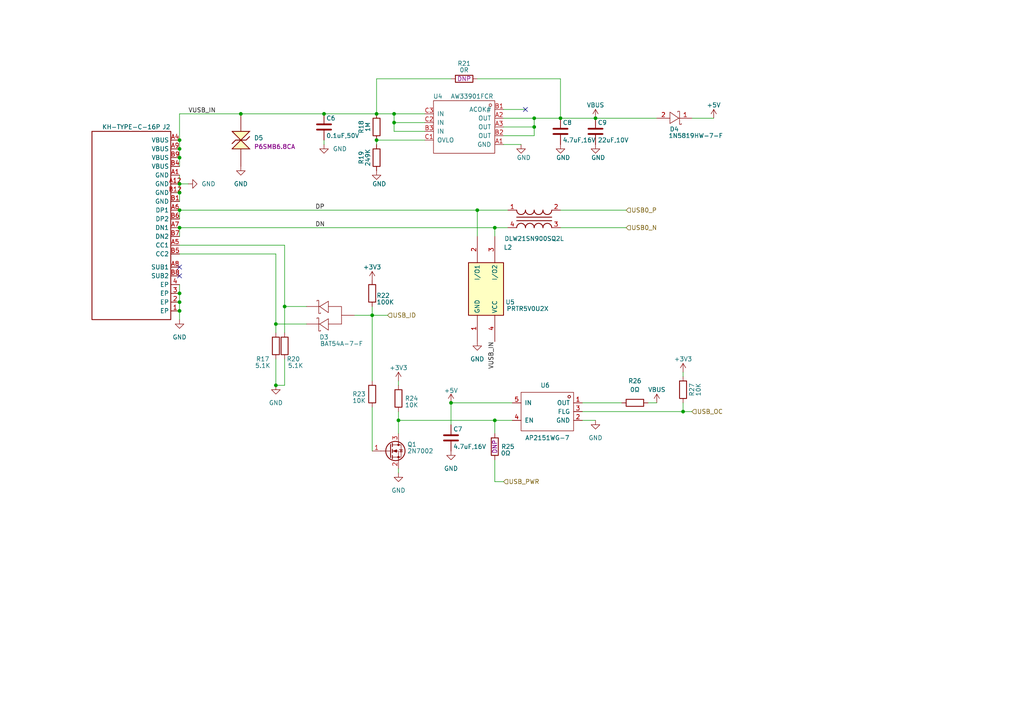
<source format=kicad_sch>
(kicad_sch (version 20230121) (generator eeschema)
  (paper "A4")
  (lib_symbols
    (symbol "02_HPM_RES:0Ω" (pin_numbers hide) (pin_names (offset 0))
      (property "Reference" "R" (at -3.81 0.635 0))
      (property "Value" "0Ω" (at 5.08 0.635 0))
      (symbol "0Ω_0_1"
        (rectangle (start 2.54 -1.016) (end -2.54 1.016) (stroke (width 0.254)))
      )
      (symbol "0Ω_1_1"
        (pin passive line (at -3.81 0 0) (length 1.27) (name "~") (number "1"))
        (pin passive line (at 3.81 0 180) (length 1.27) (name "~") (number "2"))
      )
    )
    (symbol "02_HPM_RES:10K" (pin_numbers hide) (pin_names (offset 0))
      (property "Reference" "R" (at -3.81 0.635 0))
      (property "Value" "10K" (at 4.445 0.635 0))
      (symbol "10K_0_1"
        (rectangle (start 2.54 -1.016) (end -2.54 1.016) (stroke (width 0.254)))
      )
      (symbol "10K_1_1"
        (pin passive line (at -3.81 0 0) (length 1.27) (name "~") (number "1"))
        (pin passive line (at 3.81 0 180) (length 1.27) (name "~") (number "2"))
      )
    )
    (symbol "02_HPM_Resis:10K" (pin_numbers hide) (pin_names (offset 0))
      (property "Reference" "R" (at -3.81 0.635 0))
      (property "Value" "10K" (at 4.445 0.635 0))
      (symbol "10K_0_1"
        (rectangle (start 2.54 -1.016) (end -2.54 1.016) (stroke (width 0.254)))
      )
      (symbol "10K_1_1"
        (pin passive line (at -3.81 0 0) (length 1.27) (name "~") (number "1"))
        (pin passive line (at 3.81 0 180) (length 1.27) (name "~") (number "2"))
      )
    )
    (symbol "02_HPM_Resis:5.1K" (pin_numbers hide) (pin_names (offset 0))
      (property "Reference" "R" (at -3.81 0.635 0))
      (property "Value" "5.1K" (at 5.08 0.635 0))
      (symbol "5.1K_0_1"
        (rectangle (start 2.54 -1.016) (end -2.54 1.016) (stroke (width 0.254)))
      )
      (symbol "5.1K_1_1"
        (pin passive line (at -3.81 0 0) (length 1.27) (name "~") (number "1"))
        (pin passive line (at 3.81 0 180) (length 1.27) (name "~") (number "2"))
      )
    )
    (symbol "02_HPM_Resis:NC" (pin_numbers hide) (pin_names (offset 0))
      (property "Reference" "R" (at -3.81 0.635 0))
      (property "Value" "NC" (at 4.445 0.635 0))
      (symbol "NC_0_1"
        (rectangle (start 2.54 -1.016) (end -2.54 1.016) (stroke (width 0.254)))
      )
      (symbol "NC_1_1"
        (pin passive line (at -3.81 0 0) (length 1.27) (name "~") (number "1"))
        (pin passive line (at 3.81 0 180) (length 1.27) (name "~") (number "2"))
      )
    )
    (symbol "03_HPM_CAP:0.1uF,50V" (pin_numbers hide) (pin_names (offset 0.254))
      (property "Reference" "C" (at 0.635 2.54 0))
      (property "Value" "0.1uF,50V" (at 0.635 -2.54 0))
      (symbol "0.1uF,50V_0_1"
        (polyline (pts (xy -2.032 -0.762) (xy 2.032 -0.762)) (stroke (width 0.508)))
        (polyline (pts (xy -2.032 0.762) (xy 2.032 0.762)) (stroke (width 0.508)))
      )
      (symbol "0.1uF,50V_1_1"
        (pin passive line (at 0 3.81 270) (length 2.794) (name "~") (number "1"))
        (pin passive line (at 0 -3.81 90) (length 2.794) (name "~") (number "2"))
      )
    )
    (symbol "03_HPM_CAP:22uF,10V" (pin_numbers hide) (pin_names (offset 0.254))
      (property "Reference" "C" (at 0.635 2.54 0))
      (property "Value" "22uF,10V" (at 0.635 -2.54 0))
      (symbol "22uF,10V_0_1"
        (polyline (pts (xy -2.032 -0.762) (xy 2.032 -0.762)) (stroke (width 0.508)))
        (polyline (pts (xy -2.032 0.762) (xy 2.032 0.762)) (stroke (width 0.508)))
      )
      (symbol "22uF,10V_1_1"
        (pin passive line (at 0 3.81 270) (length 2.794) (name "~") (number "1"))
        (pin passive line (at 0 -3.81 90) (length 2.794) (name "~") (number "2"))
      )
    )
    (symbol "03_HPM_CAP:4.7uF,10V" (pin_numbers hide) (pin_names (offset 0.254))
      (property "Reference" "C" (at 0.635 2.54 0))
      (property "Value" "4.7uF,10V" (at 0.635 -2.54 0))
      (symbol "4.7uF,10V_0_1"
        (polyline (pts (xy -2.032 -0.762) (xy 2.032 -0.762)) (stroke (width 0.508)))
        (polyline (pts (xy -2.032 0.762) (xy 2.032 0.762)) (stroke (width 0.508)))
      )
      (symbol "4.7uF,10V_1_1"
        (pin passive line (at 0 3.81 270) (length 2.794) (name "~") (number "1"))
        (pin passive line (at 0 -3.81 90) (length 2.794) (name "~") (number "2"))
      )
    )
    (symbol "04_HPM_Diode: 1N5819HW-7-F" (pin_names (offset 1.016) hide)
      (property "Reference" "D" (at -10.16 3.175 0))
      (property "Value" " 1N5819HW-7-F" (at -0.635 3.175 0))
      (symbol " 1N5819HW-7-F_1_1"
        (polyline (pts (xy 1.27 1.524) (xy -1.27 0) (xy -1.27 0) (xy 1.27 -1.778) (xy 1.27 -1.778) (xy 1.27 1.524)))
        (polyline (pts (xy -2.032 1.524) (xy -2.032 1.778) (xy -2.032 1.778) (xy -1.524 1.778) (xy -1.524 1.778) (xy -1.524 -2.032) (xy -1.524 -2.032) (xy -1.016 -2.032) (xy -1.016 -2.032) (xy -1.016 -1.778)))
        (pin input line (at -5.08 0 0) (length 3.81) (name "K") (number "1"))
        (pin input line (at 5.08 0 180) (length 3.81) (name "A") (number "2"))
      )
    )
    (symbol "04_HPM_Diode:BAT54A-7-F" (pin_numbers hide) (pin_names (offset 1.016) hide)
      (property "Reference" "D" (at 0 0 0))
      (property "Value" "BAT54A-7-F" (at 0.635 -5.715 0))
      (symbol "BAT54A-7-F_1_1"
        (polyline (pts (xy -1.27 2.54) (xy -5.08 2.54)))
        (polyline (pts (xy -1.27 -2.54) (xy -5.08 -2.54) (xy -5.08 -2.54) (xy -5.08 2.54)))
        (polyline (pts (xy -1.27 -4.064) (xy 1.27 -2.54) (xy 1.27 -2.54) (xy -1.27 -0.762) (xy -1.27 -0.762) (xy -1.27 -4.064)))
        (polyline (pts (xy -1.27 1.016) (xy 1.27 2.54) (xy 1.27 2.54) (xy -1.27 4.318) (xy -1.27 4.318) (xy -1.27 1.016)))
        (polyline (pts (xy 2.032 -4.064) (xy 2.032 -4.318) (xy 2.032 -4.318) (xy 1.524 -4.318) (xy 1.524 -4.318) (xy 1.524 -0.508) (xy 1.524 -0.508) (xy 1.016 -0.508) (xy 1.016 -0.508) (xy 1.016 -0.762)))
        (polyline (pts (xy 2.032 1.016) (xy 2.032 0.762) (xy 2.032 0.762) (xy 1.524 0.762) (xy 1.524 0.762) (xy 1.524 4.572) (xy 1.524 4.572) (xy 1.016 4.572) (xy 1.016 4.572) (xy 1.016 4.318)))
        (pin input line (at 5.08 -2.54 180) (length 3.81) (name "A") (number "1"))
        (pin input line (at 5.08 2.54 180) (length 3.81) (name "A") (number "2"))
        (pin input line (at -8.89 0 0) (length 3.81) (name "K") (number "3"))
      )
    )
    (symbol "04_HPM_Diode:PRTR5V0U2X"
      (property "Reference" "U" (at 12.065 -5.715 0))
      (property "Value" "PRTR5V0U2X" (at 7.62 -33.02 0))
      (symbol "PRTR5V0U2X_1_0"
        (rectangle (start 12.7 -7.62) (end 2.54 -22.86) (stroke (width 0.254)) (fill (type background)))
        (pin passive line (at 5.08 -30.48 90) (length 7.62) (name "GND") (number "1"))
        (pin passive line (at 5.08 0 270) (length 7.62) (name "I/O1") (number "2"))
        (pin passive line (at 10.16 0 270) (length 7.62) (name "I/O2") (number "3"))
        (pin passive line (at 10.16 -30.48 90) (length 7.62) (name "VCC") (number "4"))
      )
    )
    (symbol "06_HPM_IC:AP2151WG-7" (pin_names (offset 1.016))
      (property "Reference" "U" (at 0 0 0))
      (property "Value" "AP2151WG-7" (at 0 -7.62 0))
      (symbol "AP2151WG-7_1_1"
        (rectangle (start -7.62 -5.588) (end 7.62 5.588))
        (circle (center -6.35 4.318) (radius 0.381))
        (circle (center -6.35 4.318) (radius 0.381))
        (pin input line (at -10.16 2.54 0) (length 2.54) (name "OUT") (number "1"))
        (pin input line (at -10.16 -2.54 0) (length 2.54) (name "GND") (number "2"))
        (pin input line (at -10.16 0 0) (length 2.54) (name "FLG") (number "3"))
        (pin input line (at 10.16 -2.54 180) (length 2.54) (name "EN") (number "4"))
        (pin input line (at 10.16 2.54 180) (length 2.54) (name "IN") (number "5"))
      )
    )
    (symbol "06_HPM_IC:AW33901FCR" (pin_names (offset 1.016))
      (property "Reference" "U" (at -7.62 8.89 0))
      (property "Value" "AW33901FCR" (at 0 8.89 0))
      (symbol "AW33901FCR_1_1"
        (rectangle (start -8.89 7.62) (end 8.89 -7.62))
        (circle (center 7.62 6.35) (radius 0.381))
        (pin input line (at 11.43 -5.08 180) (length 2.54) (name "GND") (number "A1"))
        (pin input line (at 11.43 2.54 180) (length 2.54) (name "OUT") (number "A2"))
        (pin input line (at 11.43 0 180) (length 2.54) (name "OUT") (number "A3"))
        (pin input line (at 11.43 5.08 180) (length 2.54) (name "ACOK#") (number "B1"))
        (pin input line (at 11.43 -2.54 180) (length 2.54) (name "OUT") (number "B2"))
        (pin input line (at -11.43 -1.27 0) (length 2.54) (name "IN") (number "B3"))
        (pin input line (at -11.43 -3.81 0) (length 2.54) (name "OVLO") (number "C1"))
        (pin input line (at -11.43 1.27 0) (length 2.54) (name "IN") (number "C2"))
        (pin input line (at -11.43 3.81 0) (length 2.54) (name "IN") (number "C3"))
      )
    )
    (symbol "07_HPM_L:DLW21SN900SQ2L"
      (property "Reference" "L" (at 0 0 0))
      (property "Value" "DLW21SN900SQ2L" (at 8.89 -9.525 0))
      (symbol "DLW21SN900SQ2L_1_0"
        (polyline (pts (xy 3.81 -5.588) (xy 13.97 -5.588)) (stroke (width 0.254)))
        (polyline (pts (xy 3.81 -4.572) (xy 13.97 -4.572)) (stroke (width 0.254)))
        (arc (start 3.81 -2.54) (mid 5.08 -3.8045) (end 6.35 -2.54) (stroke (width 0.254)))
        (arc (start 6.35 -7.62) (mid 5.08 -6.3555) (end 3.81 -7.62) (stroke (width 0.254)))
        (arc (start 6.35 -2.54) (mid 7.62 -3.8045) (end 8.89 -2.54) (stroke (width 0.254)))
        (arc (start 8.89 -7.62) (mid 7.62 -6.3555) (end 6.35 -7.62) (stroke (width 0.254)))
        (arc (start 8.89 -2.54) (mid 10.16 -3.8045) (end 11.43 -2.54) (stroke (width 0.254)))
        (arc (start 11.43 -7.62) (mid 10.16 -6.3555) (end 8.89 -7.62) (stroke (width 0.254)))
        (arc (start 11.43 -2.54) (mid 12.7 -3.8045) (end 13.97 -2.54) (stroke (width 0.254)))
        (arc (start 13.97 -7.62) (mid 12.7 -6.3555) (end 11.43 -7.62) (stroke (width 0.254)))
        (pin passive line (at 1.27 -7.62 0) (length 2.54) (name "") (number "1"))
        (pin passive line (at 16.51 -7.62 180) (length 2.54) (name "") (number "2"))
        (pin passive line (at 16.51 -2.54 180) (length 2.54) (name "") (number "3"))
        (pin passive line (at 1.27 -2.54 0) (length 2.54) (name "") (number "4"))
      )
    )
    (symbol "1HPM0531:KH-TYPE-C-16P"
      (property "Reference" "J" (at 21.59 1.27 0))
      (property "Value" "KH-TYPE-C-16P" (at 11.43 1.27 0))
      (symbol "KH-TYPE-C-16P_1_0"
        (rectangle (start 0 0) (end 22.86 -54.61) (stroke (width 0.254)))
        (pin passive line (at 25.4 -52.07 180) (length 2.54) (name "EP") (number "1"))
        (pin passive line (at 25.4 -49.53 180) (length 2.54) (name "EP") (number "2"))
        (pin passive line (at 25.4 -46.99 180) (length 2.54) (name "EP") (number "3"))
        (pin passive line (at 25.4 -44.45 180) (length 2.54) (name "EP") (number "4"))
        (pin passive line (at 25.4 -12.7 180) (length 2.54) (name "GND") (number "A1"))
        (pin passive line (at 25.4 -15.24 180) (length 2.54) (name "GND") (number "A12"))
        (pin passive line (at 25.4 -2.54 180) (length 2.54) (name "VBUS") (number "A4"))
        (pin passive line (at 25.4 -33.02 180) (length 2.54) (name "CC1") (number "A5"))
        (pin passive line (at 25.4 -22.86 180) (length 2.54) (name "DP1") (number "A6"))
        (pin passive line (at 25.4 -27.94 180) (length 2.54) (name "DN1") (number "A7"))
        (pin passive line (at 25.4 -39.37 180) (length 2.54) (name "SUB1") (number "A8"))
        (pin passive line (at 25.4 -5.08 180) (length 2.54) (name "VBUS") (number "A9"))
        (pin passive line (at 25.4 -20.32 180) (length 2.54) (name "GND") (number "B1"))
        (pin passive line (at 25.4 -17.78 180) (length 2.54) (name "GND") (number "B12"))
        (pin passive line (at 25.4 -10.16 180) (length 2.54) (name "VBUS") (number "B4"))
        (pin passive line (at 25.4 -35.56 180) (length 2.54) (name "CC2") (number "B5"))
        (pin passive line (at 25.4 -25.4 180) (length 2.54) (name "DP2") (number "B6"))
        (pin passive line (at 25.4 -30.48 180) (length 2.54) (name "DN2") (number "B7"))
        (pin passive line (at 25.4 -41.91 180) (length 2.54) (name "SUB2") (number "B8"))
        (pin passive line (at 25.4 -7.62 180) (length 2.54) (name "VBUS") (number "B9"))
      )
    )
    (symbol "Transistor_FET:2N7002" (pin_names hide)
      (property "Reference" "Q" (at 5.08 1.905 0))
      (property "Value" "2N7002" (at 5.08 0 0))
      (symbol "2N7002_0_1"
        (polyline (pts (xy 0.254 0) (xy -2.54 0)))
        (polyline (pts (xy 0.254 1.905) (xy 0.254 -1.905)) (stroke (width 0.254)))
        (polyline (pts (xy 0.762 -1.27) (xy 0.762 -2.286)) (stroke (width 0.254)))
        (polyline (pts (xy 0.762 0.508) (xy 0.762 -0.508)) (stroke (width 0.254)))
        (polyline (pts (xy 0.762 2.286) (xy 0.762 1.27)) (stroke (width 0.254)))
        (polyline (pts (xy 2.54 2.54) (xy 2.54 1.778)))
        (polyline (pts (xy 2.54 -2.54) (xy 2.54 0) (xy 0.762 0)))
        (polyline (pts (xy 0.762 -1.778) (xy 3.302 -1.778) (xy 3.302 1.778) (xy 0.762 1.778)))
        (polyline (pts (xy 1.016 0) (xy 2.032 0.381) (xy 2.032 -0.381) (xy 1.016 0)) (fill (type outline)))
        (polyline (pts (xy 2.794 0.508) (xy 2.921 0.381) (xy 3.683 0.381) (xy 3.81 0.254)))
        (polyline (pts (xy 3.302 0.381) (xy 2.921 -0.254) (xy 3.683 -0.254) (xy 3.302 0.381)))
        (circle (center 1.651 0) (radius 2.794) (stroke (width 0.254)))
        (circle (center 2.54 -1.778) (radius 0.254) (fill (type outline)))
        (circle (center 2.54 1.778) (radius 0.254) (fill (type outline)))
      )
      (symbol "2N7002_1_1"
        (pin input line (at -5.08 0 0) (length 2.54) (name "G") (number "1"))
        (pin passive line (at 2.54 -5.08 90) (length 2.54) (name "S") (number "2"))
        (pin passive line (at 2.54 5.08 270) (length 2.54) (name "D") (number "3"))
      )
    )
    (symbol "lc_Diode:SMB/DO-214AA_P6SMB6.8CA" (pin_numbers hide) (pin_names (offset 1.016) hide)
      (property "Reference" "D" (at -0.0254 1.27 0))
      (property "Comment" "P6SMB6.8CA" (at 3.7846 1.27 0))
      (symbol "SMB/DO-214AA_P6SMB6.8CA_1_1"
        (polyline (pts (xy 5.08 -5.08) (xy 7.62 -2.54) (xy 5.08 0) (xy 5.08 -5.08)) (stroke (width 0.254)) (fill (type background)))
        (polyline (pts (xy 8.636 -5.08) (xy 7.62 -4.064) (xy 7.62 -1.016) (xy 6.604 0)) (stroke (width 0.254)))
        (polyline (pts (xy 10.16 -5.08) (xy 7.62 -2.54) (xy 10.16 0) (xy 10.16 -5.08)) (stroke (width 0.254)) (fill (type background)))
        (pin passive line (at 0 -2.54 0) (length 5.08) (name "A") (number "1"))
        (pin passive line (at 15.24 -2.54 180) (length 5.08) (name "K") (number "2"))
      )
    )
    (symbol "power:+3V3" (power) (pin_names (offset 0))
      (property "Value" "+3V3" (at 0 3.556 0))
      (symbol "+3V3_0_1"
        (polyline (pts (xy -0.762 1.27) (xy 0 2.54)))
        (polyline (pts (xy 0 0) (xy 0 2.54)))
        (polyline (pts (xy 0 2.54) (xy 0.762 1.27)))
      )
      (symbol "+3V3_1_1"
        (pin power_in line (at 0 0 90) (length 0) hide (name "+3V3") (number "1"))
      )
    )
    (symbol "power:+5V" (power) (pin_names (offset 0))
      (property "Value" "+5V" (at 0 3.556 0))
      (symbol "+5V_0_1"
        (polyline (pts (xy -0.762 1.27) (xy 0 2.54)))
        (polyline (pts (xy 0 0) (xy 0 2.54)))
        (polyline (pts (xy 0 2.54) (xy 0.762 1.27)))
      )
      (symbol "+5V_1_1"
        (pin power_in line (at 0 0 90) (length 0) hide (name "+5V") (number "1"))
      )
    )
    (symbol "power:GND" (power) (pin_names (offset 0))
      (property "Value" "GND" (at 0 -3.81 0))
      (symbol "GND_0_1"
        (polyline (pts (xy 0 0) (xy 0 -1.27) (xy 1.27 -1.27) (xy 0 -2.54) (xy -1.27 -1.27) (xy 0 -1.27)))
      )
      (symbol "GND_1_1"
        (pin power_in line (at 0 0 270) (length 0) hide (name "GND") (number "1"))
      )
    )
    (symbol "power:VBUS" (power) (pin_names (offset 0))
      (property "Value" "VBUS" (at 0 3.81 0))
      (symbol "VBUS_0_1"
        (polyline (pts (xy -0.762 1.27) (xy 0 2.54)))
        (polyline (pts (xy 0 0) (xy 0 2.54)))
        (polyline (pts (xy 0 2.54) (xy 0.762 1.27)))
      )
      (symbol "VBUS_1_1"
        (pin power_in line (at 0 0 90) (length 0) hide (name "VBUS") (number "1"))
      )
    )
  )
  (junction (at 52.07 53.34))
  (junction (at 162.56 34.29))
  (junction (at 172.72 34.29))
  (junction (at 114.3 33.02))
  (junction (at 52.07 43.18))
  (junction (at 154.94 36.83))
  (junction (at 52.07 45.72))
  (junction (at 52.07 60.96))
  (junction (at 52.07 55.88))
  (junction (at 52.07 40.64))
  (junction (at 130.81 116.84))
  (junction (at 114.3 35.56))
  (junction (at 69.85 33.02))
  (junction (at 115.57 121.92))
  (junction (at 154.94 34.29))
  (junction (at 143.51 121.92))
  (junction (at 52.07 87.63))
  (junction (at 80.01 111.76))
  (junction (at 80.01 93.98))
  (junction (at 93.98 33.02))
  (junction (at 109.22 33.02))
  (junction (at 198.12 119.38))
  (junction (at 82.55 88.9))
  (junction (at 143.51 66.04))
  (junction (at 109.22 40.64))
  (junction (at 52.07 85.09))
  (junction (at 107.95 91.44))
  (junction (at 52.07 66.04))
  (junction (at 52.07 90.17))
  (junction (at 138.43 60.96))
  (no_connect (at 152.4 31.75))
  (no_connect (at 52.07 80.01))
  (no_connect (at 52.07 77.47))
  (wire (pts (xy 115.57 121.92) (xy 143.51 121.92)))
  (wire (pts (xy 143.51 66.04) (xy 147.32 66.04)))
  (wire (pts (xy 198.12 119.38) (xy 200.66 119.38)))
  (wire (pts (xy 52.07 43.18) (xy 52.07 45.72)))
  (wire (pts (xy 143.51 66.04) (xy 143.51 68.58)))
  (wire (pts (xy 154.94 39.37) (xy 154.94 36.83)))
  (wire (pts (xy 154.94 34.29) (xy 162.56 34.29)))
  (wire (pts (xy 123.19 38.1) (xy 114.3 38.1)))
  (wire (pts (xy 200.66 34.29) (xy 207.01 34.29)))
  (wire (pts (xy 146.05 139.7) (xy 143.51 139.7)))
  (wire (pts (xy 146.05 34.29) (xy 154.94 34.29)))
  (wire (pts (xy 146.05 41.91) (xy 151.13 41.91)))
  (wire (pts (xy 172.72 121.92) (xy 168.91 121.92)))
  (wire (pts (xy 52.07 55.88) (xy 52.07 58.42)))
  (wire (pts (xy 109.22 41.91) (xy 109.22 40.64)))
  (wire (pts (xy 52.07 53.34) (xy 52.07 55.88)))
  (wire (pts (xy 115.57 121.92) (xy 115.57 125.73)))
  (wire (pts (xy 93.98 33.02) (xy 109.22 33.02)))
  (wire (pts (xy 82.55 104.14) (xy 82.55 111.76)))
  (wire (pts (xy 52.07 60.96) (xy 52.07 63.5)))
  (wire (pts (xy 198.12 107.95) (xy 198.12 109.22)))
  (wire (pts (xy 162.56 22.86) (xy 162.56 34.29)))
  (wire (pts (xy 54.61 53.34) (xy 52.07 53.34)))
  (wire (pts (xy 52.07 82.55) (xy 52.07 85.09)))
  (wire (pts (xy 115.57 137.16) (xy 115.57 135.89)))
  (wire (pts (xy 114.3 35.56) (xy 114.3 33.02)))
  (wire (pts (xy 52.07 92.71) (xy 52.07 90.17)))
  (wire (pts (xy 146.05 36.83) (xy 154.94 36.83)))
  (wire (pts (xy 52.07 66.04) (xy 143.51 66.04)))
  (wire (pts (xy 115.57 119.38) (xy 115.57 121.92)))
  (wire (pts (xy 52.07 73.66) (xy 80.01 73.66)))
  (wire (pts (xy 154.94 36.83) (xy 154.94 34.29)))
  (wire (pts (xy 107.95 118.11) (xy 107.95 130.81)))
  (wire (pts (xy 52.07 50.8) (xy 52.07 53.34)))
  (wire (pts (xy 109.22 40.64) (xy 123.19 40.64)))
  (wire (pts (xy 93.98 41.91) (xy 93.98 40.64)))
  (wire (pts (xy 52.07 71.12) (xy 82.55 71.12)))
  (wire (pts (xy 52.07 85.09) (xy 52.07 87.63)))
  (wire (pts (xy 115.57 110.49) (xy 115.57 111.76)))
  (wire (pts (xy 69.85 33.02) (xy 93.98 33.02)))
  (wire (pts (xy 109.22 33.02) (xy 114.3 33.02)))
  (wire (pts (xy 109.22 22.86) (xy 109.22 33.02)))
  (wire (pts (xy 114.3 35.56) (xy 123.19 35.56)))
  (wire (pts (xy 107.95 91.44) (xy 107.95 110.49)))
  (wire (pts (xy 82.55 88.9) (xy 82.55 96.52)))
  (wire (pts (xy 52.07 40.64) (xy 52.07 33.02)))
  (wire (pts (xy 138.43 60.96) (xy 138.43 68.58)))
  (wire (pts (xy 52.07 87.63) (xy 52.07 90.17)))
  (wire (pts (xy 80.01 93.98) (xy 80.01 96.52)))
  (wire (pts (xy 82.55 71.12) (xy 82.55 88.9)))
  (wire (pts (xy 190.5 116.84) (xy 187.96 116.84)))
  (wire (pts (xy 82.55 111.76) (xy 80.01 111.76)))
  (wire (pts (xy 148.59 121.92) (xy 143.51 121.92)))
  (wire (pts (xy 198.12 116.84) (xy 198.12 119.38)))
  (wire (pts (xy 52.07 45.72) (xy 52.07 48.26)))
  (wire (pts (xy 162.56 60.96) (xy 181.61 60.96)))
  (wire (pts (xy 143.51 133.35) (xy 143.51 139.7)))
  (wire (pts (xy 168.91 116.84) (xy 180.34 116.84)))
  (wire (pts (xy 52.07 40.64) (xy 52.07 43.18)))
  (wire (pts (xy 52.07 60.96) (xy 138.43 60.96)))
  (wire (pts (xy 138.43 60.96) (xy 147.32 60.96)))
  (wire (pts (xy 168.91 119.38) (xy 198.12 119.38)))
  (wire (pts (xy 138.43 22.86) (xy 162.56 22.86)))
  (wire (pts (xy 102.87 91.44) (xy 107.95 91.44)))
  (wire (pts (xy 80.01 73.66) (xy 80.01 93.98)))
  (wire (pts (xy 107.95 88.9) (xy 107.95 91.44)))
  (wire (pts (xy 80.01 93.98) (xy 88.9 93.98)))
  (wire (pts (xy 130.81 116.84) (xy 148.59 116.84)))
  (wire (pts (xy 52.07 33.02) (xy 69.85 33.02)))
  (wire (pts (xy 143.51 121.92) (xy 143.51 125.73)))
  (wire (pts (xy 114.3 38.1) (xy 114.3 35.56)))
  (wire (pts (xy 146.05 31.75) (xy 152.4 31.75)))
  (wire (pts (xy 52.07 66.04) (xy 52.07 68.58)))
  (wire (pts (xy 130.81 116.84) (xy 130.81 123.19)))
  (wire (pts (xy 80.01 104.14) (xy 80.01 111.76)))
  (wire (pts (xy 130.81 22.86) (xy 109.22 22.86)))
  (wire (pts (xy 82.55 88.9) (xy 88.9 88.9)))
  (wire (pts (xy 162.56 34.29) (xy 172.72 34.29)))
  (wire (pts (xy 162.56 66.04) (xy 181.61 66.04)))
  (wire (pts (xy 114.3 33.02) (xy 123.19 33.02)))
  (wire (pts (xy 172.72 34.29) (xy 190.5 34.29)))
  (wire (pts (xy 107.95 91.44) (xy 112.395 91.44)))
  (wire (pts (xy 146.05 39.37) (xy 154.94 39.37)))
  (label "VUSB_IN" (at 54.61 33.02 0))
  (label "DN" (at 91.44 66.04 0))
  (label "VUSB_IN" (at 143.51 99.06 270))
  (label "DP" (at 91.44 60.96 0))
  (hierarchical_label "USB_ID" (shape input) (at 112.395 91.44 0))
  (hierarchical_label "USB0_N" (shape input) (at 181.61 66.04 0))
  (hierarchical_label "USB0_P" (shape input) (at 181.61 60.96 0))
  (hierarchical_label "USB_PWR" (shape input) (at 146.05 139.7 0))
  (hierarchical_label "USB_OC" (shape input) (at 200.66 119.38 0))
  (symbol (lib_id "02_HPM_Resis:10K") (at 109.22 45.72 90) (unit 1)
    (property "Reference" "R19" (at 104.775 45.72 0))
    (property "Value" "249K" (at 106.68 45.72 0))
    (property "Footprint" "02_HPM_Resis:R_0402_1005Metric" (effects hide))
    (instances (project "HPM6750_ADC_EVK_RevA" (path "" (reference "R19") (unit 1))) (project "Four_Servo_HPM6280_MB" (path "" (reference "R20") (unit 1))))
  )
  (symbol (lib_id "power:GND") (at 69.85 48.26 0) (unit 1)
    (property "Reference" "#PWR043" (effects hide))
    (property "Value" "GND" (at 69.85 53.34 0))
    (instances (project "HPM6750_ADC_EVK_RevA" (path "" (reference "#PWR043") (unit 1))) (project "Four_Servo_HPM6280_MB" (path "" (reference "#PWR038") (unit 1))))
  )
  (symbol (lib_id "power:+5V") (at 130.81 116.84 0) (unit 1)
    (property "Reference" "#PWR033" (effects hide))
    (property "Value" "+5V" (at 130.81 113.284 0))
    (instances (project "HPM6750_ADC_EVK_RevA" (path "" (reference "#PWR033") (unit 1))) (project "Four_Servo_HPM6280_MB" (path "" (reference "#PWR046") (unit 1))))
  )
  (symbol (lib_id "power:GND") (at 93.98 41.91 0) (unit 1)
    (property "Reference" "#PWR026" (effects hide))
    (property "Value" "GND" (at 96.52 43.1799 0) (effects (justify left)))
    (instances (project "HPM6750_ADC_EVK_RevA" (path "" (reference "#PWR026") (unit 1))) (project "Four_Servo_HPM6280_MB" (path "" (reference "#PWR039") (unit 1))))
  )
  (symbol (lib_id "power:GND") (at 172.72 41.91 0) (unit 1)
    (property "Reference" "#PWR038" (effects hide))
    (property "Value" "GND" (at 171.45 45.72 0) (effects (justify left)))
    (instances (project "HPM6750_ADC_EVK_RevA" (path "" (reference "#PWR038") (unit 1))) (project "Four_Servo_HPM6280_MB" (path "" (reference "#PWR052") (unit 1))))
  )
  (symbol (lib_id "power:GND") (at 115.57 137.16 0) (unit 1)
    (property "Reference" "#PWR031" (effects hide))
    (property "Value" "GND" (at 115.57 142.24 0))
    (instances (project "HPM6750_ADC_EVK_RevA" (path "" (reference "#PWR031") (unit 1))) (project "Four_Servo_HPM6280_MB" (path "" (reference "#PWR044") (unit 1))))
  )
  (symbol (lib_id "02_HPM_Resis:10K") (at 143.51 129.54 90) (unit 1)
    (property "Reference" "R25" (at 147.32 129.54 90))
    (property "Value" "0Ω" (at 146.685 131.445 90))
    (property "Footprint" "02_HPM_Resis:R_0402_1005Metric" (effects hide))
    (property "DNP" "DNP" (at 143.51 129.54 0))
    (instances (project "HPM6750_ADC_EVK_RevA" (path "" (reference "R25") (unit 1))) (project "Four_Servo_HPM6280_MB" (path "" (reference "R26") (unit 1))))
  )
  (symbol (lib_id "Transistor_FET:2N7002") (at 113.03 130.81 0) (unit 1)
    (property "Reference" "Q1" (at 118.11 128.905 0) (effects (justify left)))
    (property "Value" "2N7002" (at 118.11 130.81 0) (effects (justify left)))
    (property "Footprint" "Package_TO_SOT_SMD:SOT-23" (effects hide))
    (property "Datasheet" "https://www.onsemi.com/pub/Collateral/NDS7002A-D.PDF" (effects hide))
    (instances (project "HPM6750_ADC_EVK_RevA" (path "" (reference "Q1") (unit 1))) (project "Four_Servo_HPM6280_MB" (path "" (reference "Q2") (unit 1))))
  )
  (symbol (lib_id "03_HPM_CAP:4.7uF,10V") (at 130.81 127 0) (unit 1)
    (property "Reference" "C7" (at 131.445 124.46 0) (effects (justify left)))
    (property "Value" "4.7uF,16V" (at 131.445 129.54 0) (effects (justify left)))
    (property "Footprint" "03_HPM_CAP:C_0402_1005Metric" (effects hide))
    (instances (project "HPM6750_ADC_EVK_RevA" (path "" (reference "C7") (unit 1))) (project "Four_Servo_HPM6280_MB" (path "" (reference "C27") (unit 1))))
  )
  (symbol (lib_id "power:GND") (at 52.07 92.71 0) (unit 1)
    (property "Reference" "#PWR024" (effects hide))
    (property "Value" "GND" (at 52.07 97.79 0))
    (instances (project "HPM6750_ADC_EVK_RevA" (path "" (reference "#PWR024") (unit 1))) (project "Four_Servo_HPM6280_MB" (path "" (reference "#PWR037") (unit 1))))
  )
  (symbol (lib_id "lc_Diode:SMB/DO-214AA_P6SMB6.8CA") (at 67.31 48.26 90) (unit 1)
    (property "Reference" "D5" (at 73.66 40.005 90) (effects (justify right)))
    (property "Value" "SMB/DO-214AA_P6SMB6.8CA" (effects hide))
    (property "Footprint" "lc_lib:SMB(DO-214AA)_S1" (effects hide))
    (property "Datasheet" "http://www.szlcsc.com/product/details_79530.html" (effects hide))
    (property "description" "TVS" (effects hide))
    (property "ComponentLink1Description" "供应商链接" (effects hide))
    (property "Package" "SMB/DO-214AA" (effects hide))
    (property "Supplier" "LC" (effects hide))
    (property "SuppliersPartNumber" "C78395" (effects hide))
    (property "Comment" "P6SMB6.8CA" (at 73.66 42.545 90) (effects (justify right)))
    (instances (project "HPM6750_ADC_EVK_RevA" (path "" (reference "D5") (unit 1)) (path "" (reference "D5") (unit 1)) (path "" (reference "D6") (unit 1))))
  )
  (symbol (lib_id "07_HPM_L:DLW21SN900SQ2L") (at 146.05 68.58 0) (mirror x) (unit 1)
    (property "Reference" "L2" (at 147.32 71.755 0))
    (property "Value" "DLW21SN900SQ2L" (at 154.94 69.215 0))
    (property "Footprint" "04_HPM_Diode:SMD_4P_DLW21H" (effects hide))
    (instances (project "HPM6750_ADC_EVK_RevA" (path "" (reference "L2") (unit 1))) (project "Four_Servo_HPM6280_MB" (path "" (reference "L3") (unit 1))))
  )
  (symbol (lib_id "06_HPM_IC:AW33901FCR") (at 134.62 36.83 0) (unit 1)
    (property "Reference" "U4" (at 127 27.94 0))
    (property "Value" "AW33901FCR" (at 136.906 27.94 0))
    (property "Footprint" "06_HPM_IC:FCQFN-9" (effects hide))
    (property "SuppliersPartNumber" "C506184" (effects hide))
    (instances (project "HPM6750_ADC_EVK_RevA" (path "" (reference "U4") (unit 1))) (project "Four_Servo_HPM6280_MB" (path "" (reference "U7") (unit 1))))
  )
  (symbol (lib_id "power:GND") (at 172.72 121.92 0) (unit 1)
    (property "Reference" "#PWR039" (effects hide))
    (property "Value" "GND" (at 172.72 127 0))
    (instances (project "HPM6750_ADC_EVK_RevA" (path "" (reference "#PWR039") (unit 1))) (project "Four_Servo_HPM6280_MB" (path "" (reference "#PWR053") (unit 1))))
  )
  (symbol (lib_id "03_HPM_CAP:0.1uF,50V") (at 93.98 36.83 0) (unit 1)
    (property "Reference" "C6" (at 94.615 34.29 0) (effects (justify left)))
    (property "Value" "0.1uF,50V" (at 94.615 39.37 0) (effects (justify left)))
    (property "Footprint" "03_HPM_CAP:C_0402_1005Metric" (effects hide))
    (instances (project "HPM6750_ADC_EVK_RevA" (path "" (reference "C6") (unit 1))) (project "Four_Servo_HPM6280_MB" (path "" (reference "C26") (unit 1))))
  )
  (symbol (lib_id "power:+3V3") (at 198.12 107.95 0) (unit 1)
    (property "Reference" "#PWR049" (effects hide))
    (property "Value" "+3V3" (at 198.12 104.14 0))
    (instances (project "HPM6750_ADC_EVK_RevA" (path "" (reference "#PWR049") (unit 1)) (path "" (reference "#PWR0115") (unit 1)) (path "" (reference "#PWR042") (unit 1))))
  )
  (symbol (lib_id "power:GND") (at 162.56 41.91 0) (unit 1)
    (property "Reference" "#PWR035" (effects hide))
    (property "Value" "GND" (at 161.29 45.72 0) (effects (justify left)))
    (instances (project "HPM6750_ADC_EVK_RevA" (path "" (reference "#PWR035") (unit 1))) (project "Four_Servo_HPM6280_MB" (path "" (reference "#PWR048") (unit 1))))
  )
  (symbol (lib_id "power:GND") (at 138.43 99.06 0) (unit 1)
    (property "Reference" "#PWR036" (effects hide))
    (property "Value" "GND" (at 138.43 104.14 0))
    (instances (project "HPM6750_ADC_EVK_RevA" (path "" (reference "#PWR036") (unit 1))) (project "Four_Servo_HPM6280_MB" (path "" (reference "#PWR049") (unit 1))))
  )
  (symbol (lib_id "02_HPM_Resis:NC") (at 107.95 85.09 90) (unit 1)
    (property "Reference" "R22" (at 111.125 85.725 90))
    (property "Value" "100K" (at 111.76 87.63 90))
    (property "Footprint" "02_HPM_Resis:R_0402_1005Metric" (effects hide))
    (instances (project "HPM6750_ADC_EVK_RevA" (path "" (reference "R22") (unit 1))) (project "Four_Servo_HPM6280_MB" (path "" (reference "R23") (unit 1))))
  )
  (symbol (lib_id "power:+3V3") (at 115.57 110.49 0) (unit 1)
    (property "Reference" "#PWR049" (effects hide))
    (property "Value" "+3V3" (at 115.57 106.68 0))
    (instances (project "HPM6750_ADC_EVK_RevA" (path "" (reference "#PWR049") (unit 1)) (path "" (reference "#PWR0115") (unit 1)) (path "" (reference "#PWR030") (unit 1))))
  )
  (symbol (lib_id "04_HPM_Diode:PRTR5V0U2X") (at 133.35 68.58 0) (unit 1)
    (property "Reference" "U5" (at 147.955 87.63 0))
    (property "Value" "PRTR5V0U2X" (at 153.035 89.535 0))
    (property "Footprint" "Package_TO_SOT_SMD:SOT-143" (effects hide))
    (instances (project "HPM6750_ADC_EVK_RevA" (path "" (reference "U5") (unit 1))) (project "Four_Servo_HPM6280_MB" (path "" (reference "U8") (unit 1))))
  )
  (symbol (lib_id "02_HPM_Resis:5.1K") (at 80.01 100.33 270) (unit 1)
    (property "Reference" "R17" (at 76.2 104.14 90))
    (property "Value" "5.1K" (at 76.2 106.045 90))
    (property "Footprint" "02_HPM_Resis:R_0402_1005Metric" (effects hide))
    (instances (project "HPM6750_ADC_EVK_RevA" (path "" (reference "R17") (unit 1))) (project "Four_Servo_HPM6280_MB" (path "" (reference "R18") (unit 1))))
  )
  (symbol (lib_id "power:+3V3") (at 107.95 81.28 0) (unit 1)
    (property "Reference" "#PWR049" (effects hide))
    (property "Value" "+3V3" (at 107.95 77.47 0))
    (instances (project "HPM6750_ADC_EVK_RevA" (path "" (reference "#PWR049") (unit 1)) (path "" (reference "#PWR0115") (unit 1)) (path "" (reference "#PWR029") (unit 1))))
  )
  (symbol (lib_id "02_HPM_Resis:5.1K") (at 82.55 100.33 270) (unit 1)
    (property "Reference" "R20" (at 85.09 104.14 90))
    (property "Value" "5.1K" (at 85.725 106.045 90))
    (property "Footprint" "02_HPM_Resis:R_0402_1005Metric" (effects hide))
    (instances (project "HPM6750_ADC_EVK_RevA" (path "" (reference "R20") (unit 1))) (project "Four_Servo_HPM6280_MB" (path "" (reference "R21") (unit 1))))
  )
  (symbol (lib_id "06_HPM_IC:AP2151WG-7") (at 158.75 119.38 0) (mirror y) (unit 1)
    (property "Reference" "U6" (at 158.115 111.76 0))
    (property "Value" "AP2151WG-7" (at 158.75 127 0))
    (property "Footprint" "Package_TO_SOT_SMD:SOT-23-5" (effects hide))
    (property "SuppliersPartNumber" "C110464" (effects hide))
    (instances (project "HPM6750_ADC_EVK_RevA" (path "" (reference "U6") (unit 1))) (project "Four_Servo_HPM6280_MB" (path "" (reference "U9") (unit 1))))
  )
  (symbol (lib_id "04_HPM_Diode: 1N5819HW-7-F") (at 195.58 34.29 180) (unit 1)
    (property "Reference" "D4" (at 195.58 37.465 0))
    (property "Value" " 1N5819HW-7-F" (at 201.295 39.37 0))
    (property "Footprint" "Diode_SMD:D_SOD-123" (effects hide))
    (property "SuppliersPartNumber" "C115726" (effects hide))
    (instances (project "HPM6750_ADC_EVK_RevA" (path "" (reference "D4") (unit 1))) (project "Four_Servo_HPM6280_MB" (path "" (reference "D9") (unit 1))))
  )
  (symbol (lib_id "power:VBUS") (at 190.5 116.84 0) (unit 1)
    (property "Reference" "#PWR041" (effects hide))
    (property "Value" "VBUS" (at 190.5 113.03 0))
    (instances (project "HPM6750_ADC_EVK_RevA" (path "" (reference "#PWR041") (unit 1))) (project "Four_Servo_HPM6280_MB" (path "" (reference "#PWR055") (unit 1))))
  )
  (symbol (lib_id "03_HPM_CAP:22uF,10V") (at 172.72 38.1 0) (unit 1)
    (property "Reference" "C9" (at 173.355 35.56 0) (effects (justify left)))
    (property "Value" "22uF,10V" (at 173.355 40.64 0) (effects (justify left)))
    (property "Footprint" "03_HPM_CAP:C_0805_2012Metric" (effects hide))
    (instances (project "HPM6750_ADC_EVK_RevA" (path "" (reference "C9") (unit 1))) (project "Four_Servo_HPM6280_MB" (path "" (reference "C29") (unit 1))))
  )
  (symbol (lib_id "02_HPM_RES:10K") (at 107.95 114.3 90) (unit 1)
    (property "Reference" "R23" (at 104.14 114.3 90))
    (property "Value" "10K" (at 104.14 116.205 90))
    (property "Footprint" "02_HPM_Resis:R_0402_1005Metric" (effects hide))
    (instances (project "HPM6750_ADC_EVK_RevA" (path "" (reference "R23") (unit 1))) (project "Four_Servo_HPM6280_MB" (path "" (reference "R24") (unit 1))))
  )
  (symbol (lib_id "power:GND") (at 54.61 53.34 90) (unit 1)
    (property "Reference" "#PWR025" (effects hide))
    (property "Value" "GND" (at 58.42 53.3399 90) (effects (justify right)))
    (instances (project "HPM6750_ADC_EVK_RevA" (path "" (reference "#PWR025") (unit 1))) (project "Four_Servo_HPM6280_MB" (path "" (reference "#PWR038") (unit 1))))
  )
  (symbol (lib_id "power:VBUS") (at 172.72 34.29 0) (unit 1)
    (property "Reference" "#PWR037" (effects hide))
    (property "Value" "VBUS" (at 172.72 30.48 0))
    (instances (project "HPM6750_ADC_EVK_RevA" (path "" (reference "#PWR037") (unit 1))) (project "Four_Servo_HPM6280_MB" (path "" (reference "#PWR051") (unit 1))))
  )
  (symbol (lib_id "power:+5V") (at 207.01 34.29 0) (unit 1)
    (property "Reference" "#PWR040" (effects hide))
    (property "Value" "+5V" (at 207.01 30.48 0))
    (instances (project "HPM6750_ADC_EVK_RevA" (path "" (reference "#PWR040") (unit 1))) (project "Four_Servo_HPM6280_MB" (path "" (reference "#PWR054") (unit 1))))
  )
  (symbol (lib_id "power:GND") (at 130.81 130.81 0) (unit 1)
    (property "Reference" "#PWR034" (effects hide))
    (property "Value" "GND" (at 130.81 135.89 0))
    (instances (project "HPM6750_ADC_EVK_RevA" (path "" (reference "#PWR034") (unit 1))) (project "Four_Servo_HPM6280_MB" (path "" (reference "#PWR047") (unit 1))))
  )
  (symbol (lib_id "04_HPM_Diode:BAT54A-7-F") (at 93.98 91.44 180) (unit 1)
    (property "Reference" "D3" (at 93.98 97.79 0))
    (property "Value" "BAT54A-7-F" (at 99.06 99.695 0))
    (property "Footprint" "Package_TO_SOT_SMD:SOT-23" (effects hide))
    (property "SuppliersPartNumber" "C134401" (effects hide))
    (instances (project "HPM6750_ADC_EVK_RevA" (path "" (reference "D3") (unit 1))) (project "Four_Servo_HPM6280_MB" (path "" (reference "D8") (unit 1))))
  )
  (symbol (lib_id "02_HPM_RES:10K") (at 198.12 113.03 270) (unit 1)
    (property "Reference" "R27" (at 200.66 113.03 0))
    (property "Value" "10K" (at 202.565 113.03 0))
    (property "Footprint" "02_HPM_Resis:R_0402_1005Metric" (effects hide))
    (instances (project "HPM6750_ADC_EVK_RevA" (path "" (reference "R27") (unit 1))) (project "Four_Servo_HPM6280_MB" (path "" (reference "R28") (unit 1))))
  )
  (symbol (lib_id "02_HPM_Resis:10K") (at 134.62 22.86 180) (unit 1)
    (property "Reference" "R21" (at 134.62 18.415 0))
    (property "Value" "0R" (at 134.62 20.32 0))
    (property "Footprint" "02_HPM_Resis:R_0805_2012Metric" (effects hide))
    (property "DNP" "DNP" (at 134.62 22.86 0))
    (instances (project "HPM6750_ADC_EVK_RevA" (path "" (reference "R21") (unit 1))) (project "Four_Servo_HPM6280_MB" (path "" (reference "R22") (unit 1))))
  )
  (symbol (lib_id "1HPM0531:KH-TYPE-C-16P") (at 26.67 38.1 0) (unit 1)
    (property "Reference" "J2" (at 48.26 36.83 0))
    (property "Value" "KH-TYPE-C-16P" (at 38.1 36.83 0))
    (property "Footprint" "05_HPM_Conn:USB-C-SMD_KH-TYPE-C-16P" (effects hide))
  )
  (symbol (lib_id "power:GND") (at 80.01 111.76 0) (unit 1)
    (property "Reference" "#PWR027" (effects hide))
    (property "Value" "GND" (at 80.01 116.84 0))
    (instances (project "HPM6750_ADC_EVK_RevA" (path "" (reference "#PWR027") (unit 1))) (project "Four_Servo_HPM6280_MB" (path "" (reference "#PWR040") (unit 1))))
  )
  (symbol (lib_id "power:GND") (at 109.22 49.53 0) (unit 1)
    (property "Reference" "#PWR028" (effects hide))
    (property "Value" "GND" (at 107.95 53.34 0) (effects (justify left)))
    (instances (project "HPM6750_ADC_EVK_RevA" (path "" (reference "#PWR028") (unit 1))) (project "Four_Servo_HPM6280_MB" (path "" (reference "#PWR041") (unit 1))))
  )
  (symbol (lib_id "02_HPM_RES:10K") (at 115.57 115.57 90) (unit 1)
    (property "Reference" "R24" (at 119.38 115.57 90))
    (property "Value" "10K" (at 119.38 117.475 90))
    (property "Footprint" "02_HPM_Resis:R_0402_1005Metric" (effects hide))
    (instances (project "HPM6750_ADC_EVK_RevA" (path "" (reference "R24") (unit 1))) (project "Four_Servo_HPM6280_MB" (path "" (reference "R25") (unit 1))))
  )
  (symbol (lib_id "02_HPM_RES:0Ω") (at 184.15 116.84 0) (unit 1)
    (property "Reference" "R26" (at 184.15 110.49 0))
    (property "Value" "0Ω" (at 184.15 113.03 0))
    (property "Footprint" "02_HPM_Resis:R_0805_2012Metric" (effects hide))
    (instances (project "HPM6750_ADC_EVK_RevA" (path "" (reference "R26") (unit 1))) (project "Four_Servo_HPM6280_MB" (path "" (reference "R27") (unit 1))))
  )
  (symbol (lib_id "power:GND") (at 151.13 41.91 0) (unit 1)
    (property "Reference" "#PWR032" (effects hide))
    (property "Value" "GND" (at 149.86 45.72 0) (effects (justify left)))
    (instances (project "HPM6750_ADC_EVK_RevA" (path "" (reference "#PWR032") (unit 1))) (project "Four_Servo_HPM6280_MB" (path "" (reference "#PWR045") (unit 1))))
  )
  (symbol (lib_id "02_HPM_Resis:10K") (at 109.22 36.83 270) (unit 1)
    (property "Reference" "R18" (at 104.775 36.83 0))
    (property "Value" "1M" (at 106.68 36.83 0))
    (property "Footprint" "02_HPM_Resis:R_0402_1005Metric" (effects hide))
    (instances (project "HPM6750_ADC_EVK_RevA" (path "" (reference "R18") (unit 1))) (project "Four_Servo_HPM6280_MB" (path "" (reference "R19") (unit 1))))
  )
  (symbol (lib_id "03_HPM_CAP:4.7uF,10V") (at 162.56 38.1 0) (unit 1)
    (property "Reference" "C8" (at 163.195 35.56 0) (effects (justify left)))
    (property "Value" "4.7uF,16V" (at 163.195 40.64 0) (effects (justify left)))
    (property "Footprint" "03_HPM_CAP:C_0402_1005Metric" (effects hide))
    (instances (project "HPM6750_ADC_EVK_RevA" (path "" (reference "C8") (unit 1))) (project "Four_Servo_HPM6280_MB" (path "" (reference "C28") (unit 1))))
  )
)
</source>
